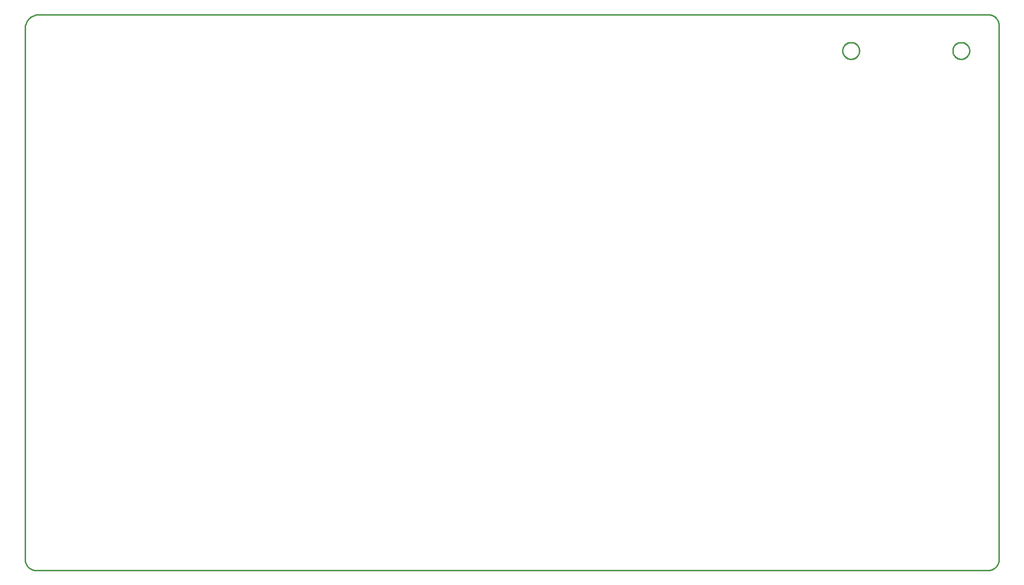
<source format=gbr>
G04 EAGLE Gerber RS-274X export*
G75*
%MOMM*%
%FSLAX34Y34*%
%LPD*%
%IN*%
%IPPOS*%
%AMOC8*
5,1,8,0,0,1.08239X$1,22.5*%
G01*
%ADD10C,0.254000*%


D10*
X0Y20000D02*
X76Y18257D01*
X304Y16527D01*
X681Y14824D01*
X1206Y13160D01*
X1874Y11548D01*
X2680Y10000D01*
X3617Y8528D01*
X4679Y7144D01*
X5858Y5858D01*
X7144Y4679D01*
X8528Y3617D01*
X10000Y2680D01*
X11548Y1874D01*
X13160Y1206D01*
X14824Y681D01*
X16527Y304D01*
X18257Y76D01*
X20000Y0D01*
X1720000Y0D01*
X1721743Y76D01*
X1723473Y304D01*
X1725176Y681D01*
X1726840Y1206D01*
X1728452Y1874D01*
X1730000Y2680D01*
X1731472Y3617D01*
X1732856Y4679D01*
X1734142Y5858D01*
X1735321Y7144D01*
X1736383Y8528D01*
X1737321Y10000D01*
X1738126Y11548D01*
X1738794Y13160D01*
X1739319Y14824D01*
X1739696Y16527D01*
X1739924Y18257D01*
X1740000Y20000D01*
X1740000Y975000D01*
X1739928Y976656D01*
X1739711Y978299D01*
X1739353Y979918D01*
X1738854Y981498D01*
X1738220Y983030D01*
X1737454Y984500D01*
X1736564Y985898D01*
X1735555Y987213D01*
X1734435Y988435D01*
X1733213Y989555D01*
X1731898Y990564D01*
X1730500Y991454D01*
X1729030Y992220D01*
X1727498Y992854D01*
X1725918Y993353D01*
X1724299Y993711D01*
X1722656Y993928D01*
X1721000Y994000D01*
X24000Y994000D01*
X21908Y993909D01*
X19832Y993635D01*
X17788Y993182D01*
X15792Y992553D01*
X13857Y991751D01*
X12000Y990785D01*
X10234Y989660D01*
X8573Y988385D01*
X7029Y986971D01*
X5615Y985427D01*
X4340Y983766D01*
X3215Y982000D01*
X2249Y980143D01*
X1447Y978208D01*
X818Y976212D01*
X365Y974168D01*
X91Y972092D01*
X0Y970000D01*
X0Y20000D01*
X1460600Y930036D02*
X1460676Y931104D01*
X1460829Y932165D01*
X1461057Y933212D01*
X1461359Y934240D01*
X1461733Y935244D01*
X1462178Y936219D01*
X1462692Y937159D01*
X1463271Y938060D01*
X1463913Y938918D01*
X1464615Y939728D01*
X1465372Y940485D01*
X1466182Y941187D01*
X1467040Y941829D01*
X1467941Y942408D01*
X1468881Y942922D01*
X1469856Y943367D01*
X1470860Y943741D01*
X1471888Y944043D01*
X1472935Y944271D01*
X1473996Y944424D01*
X1475064Y944500D01*
X1476136Y944500D01*
X1477204Y944424D01*
X1478265Y944271D01*
X1479312Y944043D01*
X1480340Y943741D01*
X1481344Y943367D01*
X1482319Y942922D01*
X1483259Y942408D01*
X1484160Y941829D01*
X1485018Y941187D01*
X1485828Y940485D01*
X1486585Y939728D01*
X1487287Y938918D01*
X1487929Y938060D01*
X1488508Y937159D01*
X1489022Y936219D01*
X1489467Y935244D01*
X1489841Y934240D01*
X1490143Y933212D01*
X1490371Y932165D01*
X1490524Y931104D01*
X1490600Y930036D01*
X1490600Y928964D01*
X1490524Y927896D01*
X1490371Y926835D01*
X1490143Y925788D01*
X1489841Y924760D01*
X1489467Y923756D01*
X1489022Y922781D01*
X1488508Y921841D01*
X1487929Y920940D01*
X1487287Y920082D01*
X1486585Y919272D01*
X1485828Y918515D01*
X1485018Y917813D01*
X1484160Y917171D01*
X1483259Y916592D01*
X1482319Y916078D01*
X1481344Y915633D01*
X1480340Y915259D01*
X1479312Y914957D01*
X1478265Y914729D01*
X1477204Y914576D01*
X1476136Y914500D01*
X1475064Y914500D01*
X1473996Y914576D01*
X1472935Y914729D01*
X1471888Y914957D01*
X1470860Y915259D01*
X1469856Y915633D01*
X1468881Y916078D01*
X1467941Y916592D01*
X1467040Y917171D01*
X1466182Y917813D01*
X1465372Y918515D01*
X1464615Y919272D01*
X1463913Y920082D01*
X1463271Y920940D01*
X1462692Y921841D01*
X1462178Y922781D01*
X1461733Y923756D01*
X1461359Y924760D01*
X1461057Y925788D01*
X1460829Y926835D01*
X1460676Y927896D01*
X1460600Y928964D01*
X1460600Y930036D01*
X1657400Y930036D02*
X1657476Y931104D01*
X1657629Y932165D01*
X1657857Y933212D01*
X1658159Y934240D01*
X1658533Y935244D01*
X1658978Y936219D01*
X1659492Y937159D01*
X1660071Y938060D01*
X1660713Y938918D01*
X1661415Y939728D01*
X1662172Y940485D01*
X1662982Y941187D01*
X1663840Y941829D01*
X1664741Y942408D01*
X1665681Y942922D01*
X1666656Y943367D01*
X1667660Y943741D01*
X1668688Y944043D01*
X1669735Y944271D01*
X1670796Y944424D01*
X1671864Y944500D01*
X1672936Y944500D01*
X1674004Y944424D01*
X1675065Y944271D01*
X1676112Y944043D01*
X1677140Y943741D01*
X1678144Y943367D01*
X1679119Y942922D01*
X1680059Y942408D01*
X1680960Y941829D01*
X1681818Y941187D01*
X1682628Y940485D01*
X1683385Y939728D01*
X1684087Y938918D01*
X1684729Y938060D01*
X1685308Y937159D01*
X1685822Y936219D01*
X1686267Y935244D01*
X1686641Y934240D01*
X1686943Y933212D01*
X1687171Y932165D01*
X1687324Y931104D01*
X1687400Y930036D01*
X1687400Y928964D01*
X1687324Y927896D01*
X1687171Y926835D01*
X1686943Y925788D01*
X1686641Y924760D01*
X1686267Y923756D01*
X1685822Y922781D01*
X1685308Y921841D01*
X1684729Y920940D01*
X1684087Y920082D01*
X1683385Y919272D01*
X1682628Y918515D01*
X1681818Y917813D01*
X1680960Y917171D01*
X1680059Y916592D01*
X1679119Y916078D01*
X1678144Y915633D01*
X1677140Y915259D01*
X1676112Y914957D01*
X1675065Y914729D01*
X1674004Y914576D01*
X1672936Y914500D01*
X1671864Y914500D01*
X1670796Y914576D01*
X1669735Y914729D01*
X1668688Y914957D01*
X1667660Y915259D01*
X1666656Y915633D01*
X1665681Y916078D01*
X1664741Y916592D01*
X1663840Y917171D01*
X1662982Y917813D01*
X1662172Y918515D01*
X1661415Y919272D01*
X1660713Y920082D01*
X1660071Y920940D01*
X1659492Y921841D01*
X1658978Y922781D01*
X1658533Y923756D01*
X1658159Y924760D01*
X1657857Y925788D01*
X1657629Y926835D01*
X1657476Y927896D01*
X1657400Y928964D01*
X1657400Y930036D01*
M02*

</source>
